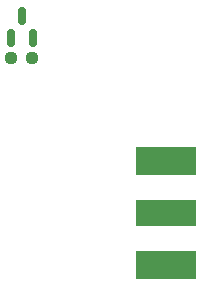
<source format=gbr>
%TF.GenerationSoftware,KiCad,Pcbnew,8.0.4*%
%TF.CreationDate,2024-07-23T12:10:32-05:00*%
%TF.ProjectId,sa8x8-breakout,73613878-382d-4627-9265-616b6f75742e,rev?*%
%TF.SameCoordinates,Original*%
%TF.FileFunction,Paste,Top*%
%TF.FilePolarity,Positive*%
%FSLAX46Y46*%
G04 Gerber Fmt 4.6, Leading zero omitted, Abs format (unit mm)*
G04 Created by KiCad (PCBNEW 8.0.4) date 2024-07-23 12:10:32*
%MOMM*%
%LPD*%
G01*
G04 APERTURE LIST*
G04 Aperture macros list*
%AMRoundRect*
0 Rectangle with rounded corners*
0 $1 Rounding radius*
0 $2 $3 $4 $5 $6 $7 $8 $9 X,Y pos of 4 corners*
0 Add a 4 corners polygon primitive as box body*
4,1,4,$2,$3,$4,$5,$6,$7,$8,$9,$2,$3,0*
0 Add four circle primitives for the rounded corners*
1,1,$1+$1,$2,$3*
1,1,$1+$1,$4,$5*
1,1,$1+$1,$6,$7*
1,1,$1+$1,$8,$9*
0 Add four rect primitives between the rounded corners*
20,1,$1+$1,$2,$3,$4,$5,0*
20,1,$1+$1,$4,$5,$6,$7,0*
20,1,$1+$1,$6,$7,$8,$9,0*
20,1,$1+$1,$8,$9,$2,$3,0*%
G04 Aperture macros list end*
%ADD10RoundRect,0.237500X-0.250000X-0.237500X0.250000X-0.237500X0.250000X0.237500X-0.250000X0.237500X0*%
%ADD11RoundRect,0.150000X0.150000X-0.587500X0.150000X0.587500X-0.150000X0.587500X-0.150000X-0.587500X0*%
%ADD12R,5.080000X2.290000*%
%ADD13R,5.080000X2.420000*%
G04 APERTURE END LIST*
D10*
%TO.C,R1*%
X162897088Y-76219775D03*
X164722088Y-76219775D03*
%TD*%
D11*
%TO.C,Q1*%
X162913021Y-74502897D03*
X164813021Y-74502897D03*
X163863021Y-72627897D03*
%TD*%
D12*
%TO.C,J3*%
X176097887Y-89353425D03*
D13*
X176097887Y-93733425D03*
X176097887Y-84973425D03*
%TD*%
M02*

</source>
